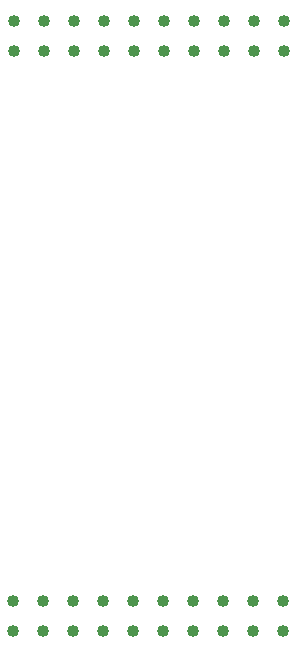
<source format=gbr>
%TF.GenerationSoftware,Altium Limited,Altium Designer,22.9.1 (49)*%
G04 Layer_Color=0*
%FSLAX25Y25*%
%MOIN*%
%TF.SameCoordinates,3D4AB22D-4464-4A1E-8ED4-CD8DD9DE0D00*%
%TF.FilePolarity,Positive*%
%TF.FileFunction,NonPlated,1,2,NPTH,Drill*%
%TF.Part,Single*%
G01*
G75*
%TA.AperFunction,ComponentDrill*%
%ADD51C,0.04016*%
D51*
X206000Y60500D02*
D03*
X196000D02*
D03*
X186000D02*
D03*
X176000D02*
D03*
X166000D02*
D03*
X156000D02*
D03*
X146000D02*
D03*
X136000D02*
D03*
X126000D02*
D03*
X116000D02*
D03*
X206000Y70500D02*
D03*
X196000D02*
D03*
X186000D02*
D03*
X176000D02*
D03*
X166000D02*
D03*
X156000D02*
D03*
X146000D02*
D03*
X136000D02*
D03*
X126000D02*
D03*
X116000D02*
D03*
X206417Y254000D02*
D03*
X196417D02*
D03*
X186417D02*
D03*
X176417D02*
D03*
X166417D02*
D03*
X156417D02*
D03*
X146417D02*
D03*
X136417D02*
D03*
X126417D02*
D03*
X116417D02*
D03*
X206417Y264000D02*
D03*
X196417D02*
D03*
X186417D02*
D03*
X176417D02*
D03*
X166417D02*
D03*
X156417D02*
D03*
X146417D02*
D03*
X136417D02*
D03*
X126417D02*
D03*
X116417D02*
D03*
%TF.MD5,dc51f213e9ce9c175ec3fbf6afb7e5f2*%
M02*

</source>
